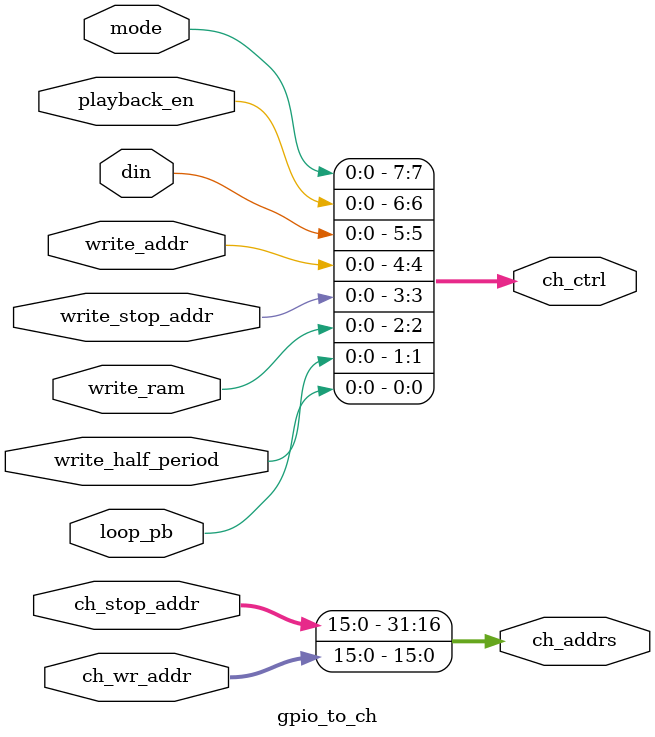
<source format=v>
`timescale 1ns / 1ps


module gpio_to_ch(
    input [15:0] ch_wr_addr, ch_stop_addr,
    input mode, playback_en,din,write_addr,write_stop_addr,write_ram,write_half_period,loop_pb,
    output [31:0] ch_addrs,
    output [7:0] ch_ctrl
    );
    
    assign ch_addrs[15:0] = ch_wr_addr;
    assign ch_addrs[31:16] = ch_stop_addr;
    assign ch_ctrl[7] = mode;
    assign ch_ctrl[6] = playback_en;
    assign ch_ctrl[5] =  din;
    assign ch_ctrl[4] = write_addr;
    assign ch_ctrl[3] = write_stop_addr;
    assign ch_ctrl[2] = write_ram;
    assign ch_ctrl[1] =write_half_period;
    assign ch_ctrl[0] =  loop_pb;
    
endmodule

</source>
